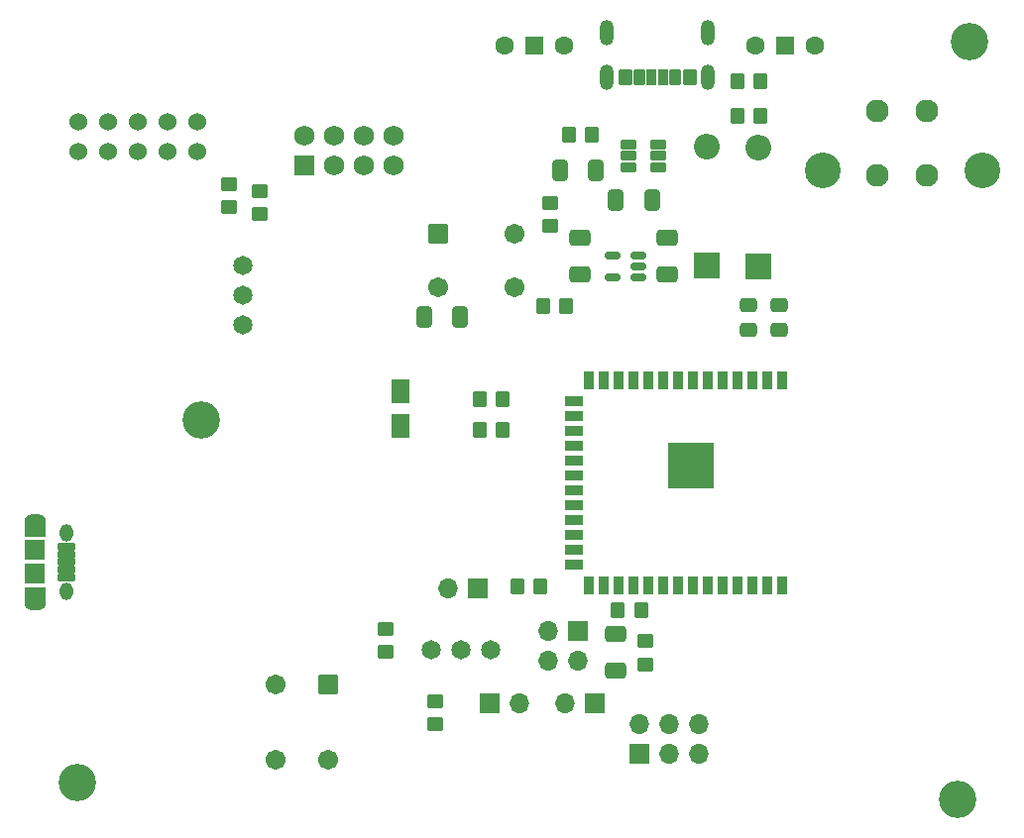
<source format=gbr>
%TF.GenerationSoftware,KiCad,Pcbnew,8.0.8*%
%TF.CreationDate,2025-04-07T16:11:34-05:00*%
%TF.ProjectId,Final Project V1,46696e61-6c20-4507-926f-6a6563742056,rev?*%
%TF.SameCoordinates,Original*%
%TF.FileFunction,Soldermask,Top*%
%TF.FilePolarity,Negative*%
%FSLAX46Y46*%
G04 Gerber Fmt 4.6, Leading zero omitted, Abs format (unit mm)*
G04 Created by KiCad (PCBNEW 8.0.8) date 2025-04-07 16:11:34*
%MOMM*%
%LPD*%
G01*
G04 APERTURE LIST*
G04 Aperture macros list*
%AMRoundRect*
0 Rectangle with rounded corners*
0 $1 Rounding radius*
0 $2 $3 $4 $5 $6 $7 $8 $9 X,Y pos of 4 corners*
0 Add a 4 corners polygon primitive as box body*
4,1,4,$2,$3,$4,$5,$6,$7,$8,$9,$2,$3,0*
0 Add four circle primitives for the rounded corners*
1,1,$1+$1,$2,$3*
1,1,$1+$1,$4,$5*
1,1,$1+$1,$6,$7*
1,1,$1+$1,$8,$9*
0 Add four rect primitives between the rounded corners*
20,1,$1+$1,$2,$3,$4,$5,0*
20,1,$1+$1,$4,$5,$6,$7,0*
20,1,$1+$1,$6,$7,$8,$9,0*
20,1,$1+$1,$8,$9,$2,$3,0*%
%AMFreePoly0*
4,1,6,1.000000,0.000000,0.500000,-0.750000,-0.500000,-0.750000,-0.500000,0.750000,0.500000,0.750000,1.000000,0.000000,1.000000,0.000000,$1*%
G04 Aperture macros list end*
%ADD10C,0.010000*%
%ADD11C,1.651000*%
%ADD12C,1.524000*%
%ADD13O,1.154000X1.504000*%
%ADD14RoundRect,0.102000X-0.675000X0.200000X-0.675000X-0.200000X0.675000X-0.200000X0.675000X0.200000X0*%
%ADD15RoundRect,0.102000X-0.775000X0.750000X-0.775000X-0.750000X0.775000X-0.750000X0.775000X0.750000X0*%
%ADD16RoundRect,0.102000X-0.749000X0.749000X-0.749000X-0.749000X0.749000X-0.749000X0.749000X0.749000X0*%
%ADD17C,1.702000*%
%ADD18R,2.200000X2.200000*%
%ADD19O,2.200000X2.200000*%
%ADD20C,3.200000*%
%ADD21RoundRect,0.250000X0.350000X0.450000X-0.350000X0.450000X-0.350000X-0.450000X0.350000X-0.450000X0*%
%ADD22R,1.500000X1.500000*%
%ADD23C,1.600000*%
%ADD24RoundRect,0.098000X0.609000X0.294000X-0.609000X0.294000X-0.609000X-0.294000X0.609000X-0.294000X0*%
%ADD25R,0.900000X1.500000*%
%ADD26R,1.500000X0.900000*%
%ADD27C,0.600000*%
%ADD28R,3.900000X3.900000*%
%ADD29FreePoly0,90.000000*%
%ADD30FreePoly0,270.000000*%
%ADD31RoundRect,0.250000X0.450000X-0.350000X0.450000X0.350000X-0.450000X0.350000X-0.450000X-0.350000X0*%
%ADD32RoundRect,0.250000X0.650000X-0.412500X0.650000X0.412500X-0.650000X0.412500X-0.650000X-0.412500X0*%
%ADD33R,1.700000X1.700000*%
%ADD34O,1.700000X1.700000*%
%ADD35RoundRect,0.102000X-0.749000X-0.749000X0.749000X-0.749000X0.749000X0.749000X-0.749000X0.749000X0*%
%ADD36RoundRect,0.102000X0.350000X0.575000X-0.350000X0.575000X-0.350000X-0.575000X0.350000X-0.575000X0*%
%ADD37RoundRect,0.102000X0.400000X0.575000X-0.400000X0.575000X-0.400000X-0.575000X0.400000X-0.575000X0*%
%ADD38RoundRect,0.102000X0.450000X0.575000X-0.450000X0.575000X-0.450000X-0.575000X0.450000X-0.575000X0*%
%ADD39O,1.204000X2.204000*%
%ADD40RoundRect,0.250000X-0.350000X-0.450000X0.350000X-0.450000X0.350000X0.450000X-0.350000X0.450000X0*%
%ADD41RoundRect,0.250000X-0.475000X0.337500X-0.475000X-0.337500X0.475000X-0.337500X0.475000X0.337500X0*%
%ADD42RoundRect,0.250000X-0.412500X-0.650000X0.412500X-0.650000X0.412500X0.650000X-0.412500X0.650000X0*%
%ADD43RoundRect,0.102000X0.765000X-0.765000X0.765000X0.765000X-0.765000X0.765000X-0.765000X-0.765000X0*%
%ADD44C,1.734000*%
%ADD45RoundRect,0.250000X-0.450000X0.350000X-0.450000X-0.350000X0.450000X-0.350000X0.450000X0.350000X0*%
%ADD46RoundRect,0.250000X0.412500X0.650000X-0.412500X0.650000X-0.412500X-0.650000X0.412500X-0.650000X0*%
%ADD47C,3.048000*%
%ADD48C,1.955800*%
%ADD49RoundRect,0.150000X0.512500X0.150000X-0.512500X0.150000X-0.512500X-0.150000X0.512500X-0.150000X0*%
G04 APERTURE END LIST*
D10*
%TO.C,J6*%
X147506000Y-112656000D02*
X147538000Y-112658000D01*
X147569000Y-112662000D01*
X147600000Y-112668000D01*
X147630000Y-112675000D01*
X147660000Y-112684000D01*
X147690000Y-112695000D01*
X147719000Y-112707000D01*
X147747000Y-112720000D01*
X147775000Y-112735000D01*
X147802000Y-112752000D01*
X147828000Y-112770000D01*
X147853000Y-112789000D01*
X147876000Y-112809000D01*
X147899000Y-112831000D01*
X147921000Y-112854000D01*
X147941000Y-112877000D01*
X147960000Y-112902000D01*
X147978000Y-112928000D01*
X147995000Y-112955000D01*
X148010000Y-112983000D01*
X148023000Y-113011000D01*
X148035000Y-113040000D01*
X148046000Y-113070000D01*
X148055000Y-113100000D01*
X148062000Y-113130000D01*
X148068000Y-113161000D01*
X148072000Y-113192000D01*
X148074000Y-113224000D01*
X148075000Y-113255000D01*
X148075000Y-114500000D01*
X146325000Y-114500000D01*
X146325000Y-113255000D01*
X146326000Y-113224000D01*
X146328000Y-113192000D01*
X146332000Y-113161000D01*
X146338000Y-113130000D01*
X146345000Y-113100000D01*
X146354000Y-113070000D01*
X146365000Y-113040000D01*
X146377000Y-113011000D01*
X146390000Y-112983000D01*
X146405000Y-112955000D01*
X146422000Y-112928000D01*
X146440000Y-112902000D01*
X146459000Y-112877000D01*
X146479000Y-112854000D01*
X146501000Y-112831000D01*
X146524000Y-112809000D01*
X146547000Y-112789000D01*
X146572000Y-112770000D01*
X146598000Y-112752000D01*
X146625000Y-112735000D01*
X146653000Y-112720000D01*
X146681000Y-112707000D01*
X146710000Y-112695000D01*
X146740000Y-112684000D01*
X146770000Y-112675000D01*
X146800000Y-112668000D01*
X146831000Y-112662000D01*
X146862000Y-112658000D01*
X146894000Y-112656000D01*
X146925000Y-112655000D01*
X147475000Y-112655000D01*
X147506000Y-112656000D01*
G36*
X147506000Y-112656000D02*
G01*
X147538000Y-112658000D01*
X147569000Y-112662000D01*
X147600000Y-112668000D01*
X147630000Y-112675000D01*
X147660000Y-112684000D01*
X147690000Y-112695000D01*
X147719000Y-112707000D01*
X147747000Y-112720000D01*
X147775000Y-112735000D01*
X147802000Y-112752000D01*
X147828000Y-112770000D01*
X147853000Y-112789000D01*
X147876000Y-112809000D01*
X147899000Y-112831000D01*
X147921000Y-112854000D01*
X147941000Y-112877000D01*
X147960000Y-112902000D01*
X147978000Y-112928000D01*
X147995000Y-112955000D01*
X148010000Y-112983000D01*
X148023000Y-113011000D01*
X148035000Y-113040000D01*
X148046000Y-113070000D01*
X148055000Y-113100000D01*
X148062000Y-113130000D01*
X148068000Y-113161000D01*
X148072000Y-113192000D01*
X148074000Y-113224000D01*
X148075000Y-113255000D01*
X148075000Y-114500000D01*
X146325000Y-114500000D01*
X146325000Y-113255000D01*
X146326000Y-113224000D01*
X146328000Y-113192000D01*
X146332000Y-113161000D01*
X146338000Y-113130000D01*
X146345000Y-113100000D01*
X146354000Y-113070000D01*
X146365000Y-113040000D01*
X146377000Y-113011000D01*
X146390000Y-112983000D01*
X146405000Y-112955000D01*
X146422000Y-112928000D01*
X146440000Y-112902000D01*
X146459000Y-112877000D01*
X146479000Y-112854000D01*
X146501000Y-112831000D01*
X146524000Y-112809000D01*
X146547000Y-112789000D01*
X146572000Y-112770000D01*
X146598000Y-112752000D01*
X146625000Y-112735000D01*
X146653000Y-112720000D01*
X146681000Y-112707000D01*
X146710000Y-112695000D01*
X146740000Y-112684000D01*
X146770000Y-112675000D01*
X146800000Y-112668000D01*
X146831000Y-112662000D01*
X146862000Y-112658000D01*
X146894000Y-112656000D01*
X146925000Y-112655000D01*
X147475000Y-112655000D01*
X147506000Y-112656000D01*
G37*
X148075000Y-120145000D02*
X148074000Y-120176000D01*
X148072000Y-120208000D01*
X148068000Y-120239000D01*
X148062000Y-120270000D01*
X148055000Y-120300000D01*
X148046000Y-120330000D01*
X148035000Y-120360000D01*
X148023000Y-120389000D01*
X148010000Y-120417000D01*
X147995000Y-120445000D01*
X147978000Y-120472000D01*
X147960000Y-120498000D01*
X147941000Y-120523000D01*
X147921000Y-120546000D01*
X147899000Y-120569000D01*
X147876000Y-120591000D01*
X147853000Y-120611000D01*
X147828000Y-120630000D01*
X147802000Y-120648000D01*
X147775000Y-120665000D01*
X147747000Y-120680000D01*
X147719000Y-120693000D01*
X147690000Y-120705000D01*
X147660000Y-120716000D01*
X147630000Y-120725000D01*
X147600000Y-120732000D01*
X147569000Y-120738000D01*
X147538000Y-120742000D01*
X147506000Y-120744000D01*
X147475000Y-120745000D01*
X146925000Y-120745000D01*
X146894000Y-120744000D01*
X146862000Y-120742000D01*
X146831000Y-120738000D01*
X146800000Y-120732000D01*
X146770000Y-120725000D01*
X146740000Y-120716000D01*
X146710000Y-120705000D01*
X146681000Y-120693000D01*
X146653000Y-120680000D01*
X146625000Y-120665000D01*
X146598000Y-120648000D01*
X146572000Y-120630000D01*
X146547000Y-120611000D01*
X146524000Y-120591000D01*
X146501000Y-120569000D01*
X146479000Y-120546000D01*
X146459000Y-120523000D01*
X146440000Y-120498000D01*
X146422000Y-120472000D01*
X146405000Y-120445000D01*
X146390000Y-120417000D01*
X146377000Y-120389000D01*
X146365000Y-120360000D01*
X146354000Y-120330000D01*
X146345000Y-120300000D01*
X146338000Y-120270000D01*
X146332000Y-120239000D01*
X146328000Y-120208000D01*
X146326000Y-120176000D01*
X146325000Y-120145000D01*
X146325000Y-118900000D01*
X148075000Y-118900000D01*
X148075000Y-120145000D01*
G36*
X148075000Y-120145000D02*
G01*
X148074000Y-120176000D01*
X148072000Y-120208000D01*
X148068000Y-120239000D01*
X148062000Y-120270000D01*
X148055000Y-120300000D01*
X148046000Y-120330000D01*
X148035000Y-120360000D01*
X148023000Y-120389000D01*
X148010000Y-120417000D01*
X147995000Y-120445000D01*
X147978000Y-120472000D01*
X147960000Y-120498000D01*
X147941000Y-120523000D01*
X147921000Y-120546000D01*
X147899000Y-120569000D01*
X147876000Y-120591000D01*
X147853000Y-120611000D01*
X147828000Y-120630000D01*
X147802000Y-120648000D01*
X147775000Y-120665000D01*
X147747000Y-120680000D01*
X147719000Y-120693000D01*
X147690000Y-120705000D01*
X147660000Y-120716000D01*
X147630000Y-120725000D01*
X147600000Y-120732000D01*
X147569000Y-120738000D01*
X147538000Y-120742000D01*
X147506000Y-120744000D01*
X147475000Y-120745000D01*
X146925000Y-120745000D01*
X146894000Y-120744000D01*
X146862000Y-120742000D01*
X146831000Y-120738000D01*
X146800000Y-120732000D01*
X146770000Y-120725000D01*
X146740000Y-120716000D01*
X146710000Y-120705000D01*
X146681000Y-120693000D01*
X146653000Y-120680000D01*
X146625000Y-120665000D01*
X146598000Y-120648000D01*
X146572000Y-120630000D01*
X146547000Y-120611000D01*
X146524000Y-120591000D01*
X146501000Y-120569000D01*
X146479000Y-120546000D01*
X146459000Y-120523000D01*
X146440000Y-120498000D01*
X146422000Y-120472000D01*
X146405000Y-120445000D01*
X146390000Y-120417000D01*
X146377000Y-120389000D01*
X146365000Y-120360000D01*
X146354000Y-120330000D01*
X146345000Y-120300000D01*
X146338000Y-120270000D01*
X146332000Y-120239000D01*
X146328000Y-120208000D01*
X146326000Y-120176000D01*
X146325000Y-120145000D01*
X146325000Y-118900000D01*
X148075000Y-118900000D01*
X148075000Y-120145000D01*
G37*
%TD*%
D11*
%TO.C,U5*%
X186140000Y-124200000D03*
X183600000Y-124200000D03*
X181060000Y-124200000D03*
%TD*%
%TO.C,U4*%
X165000000Y-91400000D03*
X165000000Y-93940000D03*
X165000000Y-96480000D03*
%TD*%
D12*
%TO.C,J9*%
X150920000Y-81619700D03*
X150920000Y-79079700D03*
X153460000Y-81619700D03*
X153460000Y-79079700D03*
X156000000Y-81619700D03*
X156000000Y-79079700D03*
X158540000Y-81619700D03*
X158540000Y-79079700D03*
X161080000Y-81619700D03*
X161080000Y-79079700D03*
%TD*%
D13*
%TO.C,J6*%
X149900000Y-114200000D03*
X149900000Y-119200000D03*
D14*
X149875000Y-115400000D03*
X149875000Y-116050000D03*
X149875000Y-116700000D03*
X149875000Y-117350000D03*
X149875000Y-118000000D03*
D15*
X147200000Y-115700000D03*
X147200000Y-117700000D03*
%TD*%
D16*
%TO.C,SW6*%
X172250000Y-127150000D03*
D17*
X172250000Y-133650000D03*
X167750000Y-127150000D03*
X167750000Y-133650000D03*
%TD*%
D18*
%TO.C,D2*%
X209000000Y-91480000D03*
D19*
X209000000Y-81320000D03*
%TD*%
D20*
%TO.C,H3*%
X150800000Y-135600000D03*
%TD*%
D21*
%TO.C,R3*%
X187200000Y-105400000D03*
X185200000Y-105400000D03*
%TD*%
D22*
%TO.C,SW5*%
X211260000Y-72600000D03*
D23*
X208720000Y-72600000D03*
X213800000Y-72600000D03*
%TD*%
D20*
%TO.C,H2*%
X226000000Y-137000000D03*
%TD*%
D24*
%TO.C,U3*%
X200455000Y-82950000D03*
X200455000Y-82000000D03*
X200455000Y-81050000D03*
X197945000Y-81050000D03*
X197945000Y-82000000D03*
X197945000Y-82950000D03*
%TD*%
D21*
%TO.C,R18*%
X209200000Y-75600000D03*
X207200000Y-75600000D03*
%TD*%
D25*
%TO.C,U2*%
X211000000Y-101200000D03*
X209730000Y-101200000D03*
X208460000Y-101200000D03*
X207190000Y-101200000D03*
X205920000Y-101200000D03*
X204650000Y-101200000D03*
X203380000Y-101200000D03*
X202110000Y-101200000D03*
X200840000Y-101200000D03*
X199570000Y-101200000D03*
X198300000Y-101200000D03*
X197030000Y-101200000D03*
X195760000Y-101200000D03*
X194490000Y-101200000D03*
D26*
X193240000Y-102965000D03*
X193240000Y-104235000D03*
X193240000Y-105505000D03*
X193240000Y-106775000D03*
X193240000Y-108045000D03*
X193240000Y-109315000D03*
X193240000Y-110585000D03*
X193240000Y-111855000D03*
X193240000Y-113125000D03*
X193240000Y-114395000D03*
X193240000Y-115665000D03*
X193240000Y-116935000D03*
D25*
X194490000Y-118700000D03*
X195760000Y-118700000D03*
X197030000Y-118700000D03*
X198300000Y-118700000D03*
X199570000Y-118700000D03*
X200840000Y-118700000D03*
X202110000Y-118700000D03*
X203380000Y-118700000D03*
X204650000Y-118700000D03*
X205920000Y-118700000D03*
X207190000Y-118700000D03*
X208460000Y-118700000D03*
X209730000Y-118700000D03*
X211000000Y-118700000D03*
D27*
X203980000Y-107050000D03*
X202580000Y-107050000D03*
X204680000Y-107750000D03*
X203280000Y-107750000D03*
X201880000Y-107750000D03*
X203980000Y-108450000D03*
D28*
X203280000Y-108450000D03*
D27*
X202580000Y-108450000D03*
X204680000Y-109150000D03*
X203280000Y-109150000D03*
X201880000Y-109150000D03*
X203980000Y-109850000D03*
X202580000Y-109850000D03*
%TD*%
D22*
%TO.C,JP1*%
X178400000Y-104800000D03*
X178400000Y-102400000D03*
D29*
X178400000Y-105600000D03*
D30*
X178400000Y-101600000D03*
%TD*%
D31*
%TO.C,R9*%
X166400000Y-87000000D03*
X166400000Y-85000000D03*
%TD*%
D32*
%TO.C,C1*%
X193800000Y-92162500D03*
X193800000Y-89037500D03*
%TD*%
D33*
%TO.C,J3*%
X193600000Y-122600000D03*
D34*
X193600000Y-125140000D03*
X191060000Y-122600000D03*
X191060000Y-125140000D03*
%TD*%
D32*
%TO.C,C6*%
X196775000Y-126012500D03*
X196775000Y-122887500D03*
%TD*%
D31*
%TO.C,R10*%
X199375000Y-125450000D03*
X199375000Y-123450000D03*
%TD*%
D35*
%TO.C,SW3*%
X181700000Y-88700000D03*
D17*
X188200000Y-88700000D03*
X181700000Y-93200000D03*
X188200000Y-93200000D03*
%TD*%
D21*
%TO.C,R16*%
X199000000Y-120800000D03*
X197000000Y-120800000D03*
%TD*%
D36*
%TO.C,USB-C1*%
X200900000Y-75305000D03*
D37*
X198880000Y-75305000D03*
D38*
X197650000Y-75305000D03*
D36*
X199900000Y-75305000D03*
D37*
X201920000Y-75305000D03*
D38*
X203150000Y-75305000D03*
D39*
X204720000Y-75300000D03*
X196080000Y-75300000D03*
X204720000Y-71500000D03*
X196080000Y-71500000D03*
%TD*%
D18*
%TO.C,D1*%
X204600000Y-91400000D03*
D19*
X204600000Y-81240000D03*
%TD*%
D40*
%TO.C,R6*%
X185200000Y-102800000D03*
X187200000Y-102800000D03*
%TD*%
D31*
%TO.C,R8*%
X177200000Y-124400000D03*
X177200000Y-122400000D03*
%TD*%
%TO.C,R5*%
X181400000Y-130600000D03*
X181400000Y-128600000D03*
%TD*%
D41*
%TO.C,C5*%
X208200000Y-94762500D03*
X208200000Y-96837500D03*
%TD*%
D40*
%TO.C,R15*%
X190600000Y-94800000D03*
X192600000Y-94800000D03*
%TD*%
D42*
%TO.C,C4*%
X196837500Y-85800000D03*
X199962500Y-85800000D03*
%TD*%
D33*
%TO.C,J2*%
X198860000Y-133140000D03*
D34*
X198860000Y-130600000D03*
X201400000Y-133140000D03*
X201400000Y-130600000D03*
X203940000Y-133140000D03*
X203940000Y-130600000D03*
%TD*%
D31*
%TO.C,R7*%
X163800000Y-86400000D03*
X163800000Y-84400000D03*
%TD*%
D33*
%TO.C,J5*%
X186025000Y-128750000D03*
D34*
X188565000Y-128750000D03*
%TD*%
D20*
%TO.C,H1*%
X227000000Y-72200000D03*
%TD*%
D40*
%TO.C,R1*%
X192800000Y-80200000D03*
X194800000Y-80200000D03*
%TD*%
D32*
%TO.C,C2*%
X201200000Y-92162500D03*
X201200000Y-89037500D03*
%TD*%
D22*
%TO.C,SW4*%
X189860000Y-72600000D03*
D23*
X187320000Y-72600000D03*
X192400000Y-72600000D03*
%TD*%
D33*
%TO.C,J4*%
X195075000Y-128800000D03*
D34*
X192535000Y-128800000D03*
%TD*%
D43*
%TO.C,J8*%
X170190000Y-82827500D03*
D44*
X170190000Y-80287500D03*
X172730000Y-82827500D03*
X172730000Y-80287500D03*
X175270000Y-82827500D03*
X175270000Y-80287500D03*
X177810000Y-82827500D03*
X177810000Y-80287500D03*
%TD*%
D45*
%TO.C,R2*%
X191200000Y-86000000D03*
X191200000Y-88000000D03*
%TD*%
D46*
%TO.C,C9*%
X183562500Y-95800000D03*
X180437500Y-95800000D03*
%TD*%
D21*
%TO.C,R17*%
X209200000Y-78550000D03*
X207200000Y-78550000D03*
%TD*%
D20*
%TO.C,H4*%
X161400000Y-104600000D03*
%TD*%
D46*
%TO.C,C3*%
X195162500Y-83200000D03*
X192037500Y-83200000D03*
%TD*%
D47*
%TO.C,J1*%
X228099999Y-83240000D03*
X214500000Y-83240000D03*
D48*
X219200000Y-78200000D03*
X223399998Y-78200000D03*
X219200000Y-83699999D03*
X223399998Y-83699999D03*
%TD*%
D33*
%TO.C,J7*%
X185075000Y-119000000D03*
D34*
X182535000Y-119000000D03*
%TD*%
D49*
%TO.C,U1*%
X198800000Y-92400000D03*
X198800000Y-91450000D03*
X198800000Y-90500000D03*
X196525000Y-90500000D03*
X196525000Y-92400000D03*
%TD*%
D41*
%TO.C,C10*%
X210800000Y-94762500D03*
X210800000Y-96837500D03*
%TD*%
D21*
%TO.C,R4*%
X190400000Y-118800000D03*
X188400000Y-118800000D03*
%TD*%
M02*

</source>
